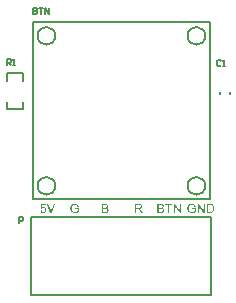
<source format=gto>
G04*
G04 #@! TF.GenerationSoftware,Altium Limited,Altium Designer,19.1.3 (30)*
G04*
G04 Layer_Color=65535*
%FSLAX25Y25*%
%MOIN*%
G70*
G01*
G75*
%ADD10C,0.00500*%
%ADD11C,0.00787*%
%ADD12C,0.00700*%
%ADD13C,0.00709*%
G36*
X26280Y29000D02*
X25861D01*
X24689Y32024D01*
X25126D01*
X25913Y29826D01*
Y29822D01*
X25917Y29813D01*
X25922Y29800D01*
X25931Y29782D01*
X25935Y29756D01*
X25944Y29730D01*
X25965Y29664D01*
X25992Y29590D01*
X26018Y29507D01*
X26070Y29332D01*
Y29337D01*
X26075Y29345D01*
X26079Y29358D01*
X26083Y29376D01*
X26096Y29424D01*
X26118Y29489D01*
X26140Y29564D01*
X26166Y29647D01*
X26197Y29734D01*
X26232Y29826D01*
X27053Y32024D01*
X27460D01*
X26280Y29000D01*
D02*
G37*
G36*
X24362Y31631D02*
X23151D01*
X22989Y30814D01*
X22994Y30818D01*
X23002Y30822D01*
X23016Y30831D01*
X23038Y30844D01*
X23064Y30857D01*
X23094Y30875D01*
X23164Y30910D01*
X23252Y30945D01*
X23348Y30975D01*
X23453Y30997D01*
X23505Y31006D01*
X23601D01*
X23628Y31001D01*
X23662Y30997D01*
X23702Y30993D01*
X23745Y30984D01*
X23794Y30971D01*
X23898Y30940D01*
X23955Y30918D01*
X24012Y30888D01*
X24069Y30857D01*
X24126Y30822D01*
X24178Y30779D01*
X24230Y30731D01*
X24235Y30726D01*
X24244Y30717D01*
X24257Y30704D01*
X24274Y30683D01*
X24296Y30652D01*
X24318Y30621D01*
X24344Y30582D01*
X24370Y30538D01*
X24392Y30490D01*
X24418Y30438D01*
X24440Y30376D01*
X24462Y30315D01*
X24480Y30250D01*
X24493Y30176D01*
X24501Y30101D01*
X24506Y30023D01*
Y30018D01*
Y30005D01*
Y29983D01*
X24501Y29953D01*
X24497Y29918D01*
X24493Y29878D01*
X24484Y29830D01*
X24475Y29782D01*
X24449Y29669D01*
X24405Y29551D01*
X24379Y29489D01*
X24344Y29433D01*
X24309Y29371D01*
X24265Y29315D01*
X24261Y29310D01*
X24252Y29297D01*
X24235Y29280D01*
X24213Y29258D01*
X24182Y29232D01*
X24148Y29197D01*
X24104Y29166D01*
X24056Y29131D01*
X24003Y29096D01*
X23942Y29066D01*
X23877Y29035D01*
X23807Y29004D01*
X23732Y28982D01*
X23649Y28965D01*
X23562Y28952D01*
X23470Y28948D01*
X23431D01*
X23400Y28952D01*
X23365Y28956D01*
X23326Y28961D01*
X23278Y28965D01*
X23230Y28978D01*
X23121Y29004D01*
X23011Y29044D01*
X22954Y29070D01*
X22898Y29100D01*
X22845Y29136D01*
X22793Y29175D01*
X22788Y29179D01*
X22780Y29184D01*
X22771Y29201D01*
X22753Y29219D01*
X22732Y29240D01*
X22710Y29267D01*
X22683Y29302D01*
X22662Y29341D01*
X22636Y29380D01*
X22609Y29428D01*
X22561Y29533D01*
X22522Y29656D01*
X22509Y29721D01*
X22500Y29791D01*
X22889Y29822D01*
Y29817D01*
Y29808D01*
X22893Y29795D01*
X22898Y29774D01*
X22911Y29725D01*
X22928Y29660D01*
X22954Y29594D01*
X22989Y29520D01*
X23033Y29454D01*
X23086Y29393D01*
X23094Y29389D01*
X23112Y29371D01*
X23147Y29350D01*
X23195Y29323D01*
X23247Y29297D01*
X23313Y29275D01*
X23387Y29258D01*
X23470Y29254D01*
X23496D01*
X23514Y29258D01*
X23566Y29262D01*
X23628Y29280D01*
X23702Y29302D01*
X23776Y29337D01*
X23855Y29389D01*
X23890Y29419D01*
X23925Y29454D01*
X23929Y29459D01*
X23933Y29463D01*
X23942Y29476D01*
X23955Y29489D01*
X23986Y29537D01*
X24021Y29599D01*
X24051Y29673D01*
X24082Y29765D01*
X24104Y29874D01*
X24113Y29931D01*
Y29992D01*
Y29996D01*
Y30005D01*
Y30023D01*
X24108Y30044D01*
Y30071D01*
X24104Y30101D01*
X24091Y30171D01*
X24069Y30254D01*
X24038Y30337D01*
X23994Y30416D01*
X23933Y30490D01*
Y30494D01*
X23925Y30499D01*
X23903Y30521D01*
X23863Y30551D01*
X23811Y30586D01*
X23741Y30617D01*
X23662Y30648D01*
X23571Y30669D01*
X23518Y30678D01*
X23435D01*
X23400Y30674D01*
X23357Y30669D01*
X23304Y30656D01*
X23252Y30643D01*
X23195Y30621D01*
X23138Y30595D01*
X23134Y30591D01*
X23116Y30582D01*
X23090Y30560D01*
X23055Y30538D01*
X23020Y30508D01*
X22985Y30468D01*
X22946Y30429D01*
X22915Y30381D01*
X22566Y30429D01*
X22858Y31985D01*
X24362D01*
Y31631D01*
D02*
G37*
G36*
X34095Y32072D02*
X34130D01*
X34213Y32063D01*
X34305Y32050D01*
X34401Y32028D01*
X34506Y32002D01*
X34606Y31967D01*
X34611D01*
X34620Y31963D01*
X34633Y31958D01*
X34650Y31950D01*
X34698Y31923D01*
X34759Y31893D01*
X34825Y31849D01*
X34895Y31797D01*
X34960Y31740D01*
X35021Y31670D01*
X35030Y31661D01*
X35048Y31635D01*
X35074Y31596D01*
X35109Y31539D01*
X35144Y31469D01*
X35183Y31382D01*
X35223Y31286D01*
X35253Y31176D01*
X34890Y31080D01*
Y31084D01*
X34886Y31089D01*
X34882Y31102D01*
X34877Y31119D01*
X34864Y31159D01*
X34847Y31211D01*
X34821Y31272D01*
X34790Y31329D01*
X34759Y31390D01*
X34720Y31443D01*
X34716Y31447D01*
X34703Y31465D01*
X34676Y31486D01*
X34646Y31517D01*
X34606Y31552D01*
X34554Y31587D01*
X34497Y31622D01*
X34431Y31653D01*
X34423Y31657D01*
X34401Y31666D01*
X34362Y31679D01*
X34309Y31696D01*
X34248Y31709D01*
X34178Y31723D01*
X34099Y31731D01*
X34016Y31736D01*
X33968D01*
X33946Y31731D01*
X33920D01*
X33855Y31727D01*
X33780Y31714D01*
X33697Y31701D01*
X33619Y31679D01*
X33540Y31648D01*
X33531Y31644D01*
X33505Y31635D01*
X33470Y31613D01*
X33426Y31591D01*
X33374Y31556D01*
X33317Y31521D01*
X33265Y31478D01*
X33217Y31430D01*
X33212Y31425D01*
X33195Y31408D01*
X33173Y31377D01*
X33147Y31342D01*
X33116Y31299D01*
X33086Y31246D01*
X33055Y31189D01*
X33024Y31128D01*
Y31124D01*
X33020Y31115D01*
X33016Y31102D01*
X33007Y31080D01*
X32998Y31054D01*
X32989Y31023D01*
X32976Y30988D01*
X32968Y30949D01*
X32946Y30857D01*
X32928Y30752D01*
X32915Y30643D01*
X32911Y30521D01*
Y30516D01*
Y30503D01*
Y30481D01*
X32915Y30455D01*
Y30420D01*
X32919Y30376D01*
X32924Y30333D01*
X32928Y30285D01*
X32946Y30176D01*
X32968Y30062D01*
X33003Y29948D01*
X33046Y29839D01*
Y29835D01*
X33055Y29826D01*
X33059Y29813D01*
X33073Y29795D01*
X33103Y29747D01*
X33151Y29686D01*
X33208Y29621D01*
X33278Y29555D01*
X33361Y29494D01*
X33453Y29437D01*
X33457D01*
X33466Y29433D01*
X33479Y29424D01*
X33501Y29415D01*
X33523Y29406D01*
X33553Y29398D01*
X33623Y29371D01*
X33711Y29350D01*
X33807Y29328D01*
X33911Y29310D01*
X34021Y29306D01*
X34064D01*
X34091Y29310D01*
X34117D01*
X34183Y29319D01*
X34261Y29328D01*
X34344Y29345D01*
X34436Y29371D01*
X34528Y29402D01*
X34532D01*
X34541Y29406D01*
X34549Y29411D01*
X34567Y29419D01*
X34615Y29441D01*
X34668Y29468D01*
X34729Y29498D01*
X34794Y29533D01*
X34855Y29572D01*
X34908Y29616D01*
Y30184D01*
X34016D01*
Y30543D01*
X35301D01*
Y29419D01*
X35297Y29415D01*
X35288Y29411D01*
X35271Y29398D01*
X35249Y29380D01*
X35223Y29363D01*
X35192Y29341D01*
X35153Y29315D01*
X35113Y29288D01*
X35021Y29232D01*
X34917Y29170D01*
X34807Y29114D01*
X34689Y29066D01*
X34685D01*
X34676Y29061D01*
X34659Y29057D01*
X34637Y29048D01*
X34606Y29039D01*
X34571Y29026D01*
X34532Y29017D01*
X34493Y29009D01*
X34397Y28987D01*
X34287Y28965D01*
X34169Y28952D01*
X34047Y28948D01*
X34003D01*
X33973Y28952D01*
X33933D01*
X33885Y28956D01*
X33833Y28965D01*
X33776Y28969D01*
X33649Y28996D01*
X33514Y29026D01*
X33374Y29074D01*
X33304Y29100D01*
X33234Y29136D01*
X33230Y29140D01*
X33217Y29144D01*
X33199Y29157D01*
X33173Y29170D01*
X33142Y29192D01*
X33112Y29214D01*
X33029Y29275D01*
X32941Y29354D01*
X32850Y29450D01*
X32762Y29559D01*
X32684Y29686D01*
Y29691D01*
X32675Y29704D01*
X32666Y29721D01*
X32653Y29752D01*
X32640Y29782D01*
X32627Y29826D01*
X32609Y29870D01*
X32592Y29922D01*
X32574Y29979D01*
X32557Y30044D01*
X32544Y30110D01*
X32531Y30180D01*
X32509Y30333D01*
X32500Y30494D01*
Y30499D01*
Y30516D01*
Y30538D01*
X32504Y30569D01*
Y30608D01*
X32509Y30656D01*
X32517Y30704D01*
X32522Y30761D01*
X32535Y30822D01*
X32544Y30888D01*
X32579Y31028D01*
X32622Y31172D01*
X32684Y31316D01*
X32688Y31321D01*
X32692Y31334D01*
X32701Y31351D01*
X32719Y31377D01*
X32736Y31412D01*
X32758Y31447D01*
X32819Y31530D01*
X32893Y31626D01*
X32985Y31718D01*
X33090Y31810D01*
X33151Y31849D01*
X33212Y31889D01*
X33217Y31893D01*
X33230Y31897D01*
X33247Y31906D01*
X33274Y31919D01*
X33308Y31932D01*
X33348Y31950D01*
X33391Y31967D01*
X33444Y31985D01*
X33501Y32002D01*
X33562Y32015D01*
X33628Y32033D01*
X33697Y32046D01*
X33850Y32068D01*
X33929Y32076D01*
X34069D01*
X34095Y32072D01*
D02*
G37*
G36*
X44219Y32020D02*
X44254D01*
X44333Y32011D01*
X44420Y32002D01*
X44512Y31985D01*
X44604Y31963D01*
X44687Y31932D01*
X44691D01*
X44696Y31928D01*
X44722Y31915D01*
X44761Y31893D01*
X44805Y31862D01*
X44857Y31823D01*
X44914Y31775D01*
X44967Y31714D01*
X45015Y31648D01*
X45019Y31640D01*
X45032Y31613D01*
X45054Y31578D01*
X45076Y31526D01*
X45098Y31465D01*
X45120Y31399D01*
X45133Y31325D01*
X45137Y31251D01*
Y31242D01*
Y31220D01*
X45133Y31181D01*
X45124Y31133D01*
X45111Y31076D01*
X45089Y31015D01*
X45063Y30953D01*
X45028Y30888D01*
X45023Y30879D01*
X45010Y30862D01*
X44984Y30827D01*
X44949Y30792D01*
X44905Y30748D01*
X44853Y30700D01*
X44787Y30656D01*
X44713Y30612D01*
X44717D01*
X44726Y30608D01*
X44739Y30604D01*
X44757Y30595D01*
X44809Y30578D01*
X44870Y30547D01*
X44936Y30508D01*
X45010Y30460D01*
X45076Y30403D01*
X45137Y30333D01*
X45141Y30324D01*
X45159Y30298D01*
X45185Y30259D01*
X45211Y30206D01*
X45237Y30136D01*
X45264Y30062D01*
X45281Y29974D01*
X45285Y29878D01*
Y29874D01*
Y29870D01*
Y29843D01*
X45281Y29800D01*
X45272Y29747D01*
X45264Y29686D01*
X45246Y29621D01*
X45224Y29551D01*
X45194Y29481D01*
X45189Y29472D01*
X45176Y29450D01*
X45159Y29419D01*
X45133Y29376D01*
X45098Y29332D01*
X45063Y29284D01*
X45019Y29236D01*
X44971Y29197D01*
X44967Y29192D01*
X44949Y29179D01*
X44918Y29162D01*
X44879Y29144D01*
X44831Y29118D01*
X44774Y29092D01*
X44713Y29070D01*
X44639Y29048D01*
X44630D01*
X44604Y29039D01*
X44560Y29035D01*
X44503Y29026D01*
X44433Y29017D01*
X44350Y29009D01*
X44259Y29004D01*
X44154Y29000D01*
X43000D01*
Y32024D01*
X44189D01*
X44219Y32020D01*
D02*
G37*
G36*
X55438D02*
X55477D01*
X55569Y32015D01*
X55665Y32002D01*
X55770Y31989D01*
X55866Y31967D01*
X55914Y31954D01*
X55953Y31941D01*
X55958D01*
X55962Y31937D01*
X55988Y31923D01*
X56028Y31906D01*
X56076Y31876D01*
X56128Y31836D01*
X56185Y31784D01*
X56237Y31723D01*
X56290Y31653D01*
Y31648D01*
X56294Y31644D01*
X56312Y31618D01*
X56329Y31574D01*
X56355Y31517D01*
X56377Y31452D01*
X56399Y31373D01*
X56412Y31290D01*
X56417Y31198D01*
Y31194D01*
Y31185D01*
Y31168D01*
X56412Y31146D01*
Y31115D01*
X56408Y31084D01*
X56390Y31010D01*
X56364Y30923D01*
X56329Y30831D01*
X56277Y30739D01*
X56242Y30696D01*
X56207Y30652D01*
X56203Y30648D01*
X56198Y30643D01*
X56185Y30630D01*
X56168Y30617D01*
X56146Y30599D01*
X56119Y30582D01*
X56085Y30560D01*
X56050Y30534D01*
X56006Y30512D01*
X55958Y30490D01*
X55905Y30464D01*
X55848Y30442D01*
X55783Y30425D01*
X55717Y30403D01*
X55643Y30390D01*
X55564Y30376D01*
X55573Y30372D01*
X55591Y30363D01*
X55617Y30346D01*
X55652Y30329D01*
X55730Y30280D01*
X55770Y30250D01*
X55805Y30224D01*
X55813Y30215D01*
X55835Y30193D01*
X55870Y30158D01*
X55914Y30114D01*
X55962Y30053D01*
X56019Y29988D01*
X56076Y29909D01*
X56137Y29822D01*
X56657Y29000D01*
X56159D01*
X55761Y29629D01*
Y29634D01*
X55752Y29642D01*
X55744Y29656D01*
X55730Y29673D01*
X55700Y29721D01*
X55661Y29782D01*
X55612Y29848D01*
X55564Y29918D01*
X55516Y29983D01*
X55473Y30044D01*
X55468Y30049D01*
X55455Y30066D01*
X55433Y30092D01*
X55403Y30123D01*
X55337Y30189D01*
X55302Y30219D01*
X55267Y30245D01*
X55263Y30250D01*
X55254Y30254D01*
X55237Y30263D01*
X55211Y30276D01*
X55184Y30289D01*
X55154Y30302D01*
X55084Y30324D01*
X55079D01*
X55071Y30329D01*
X55053D01*
X55031Y30333D01*
X55001Y30337D01*
X54966D01*
X54918Y30342D01*
X54402D01*
Y29000D01*
X54000D01*
Y32024D01*
X55403D01*
X55438Y32020D01*
D02*
G37*
G36*
X69296Y29000D02*
X68881D01*
X67299Y31373D01*
Y29000D01*
X66914D01*
Y32024D01*
X67325D01*
X68911Y29647D01*
Y32024D01*
X69296D01*
Y29000D01*
D02*
G37*
G36*
X66504Y31666D02*
X65507D01*
Y29000D01*
X65105D01*
Y31666D01*
X64109D01*
Y32024D01*
X66504D01*
Y31666D01*
D02*
G37*
G36*
X62719Y32020D02*
X62754D01*
X62833Y32011D01*
X62920Y32002D01*
X63012Y31985D01*
X63104Y31963D01*
X63187Y31932D01*
X63191D01*
X63196Y31928D01*
X63222Y31915D01*
X63261Y31893D01*
X63305Y31862D01*
X63357Y31823D01*
X63414Y31775D01*
X63467Y31714D01*
X63515Y31648D01*
X63519Y31640D01*
X63532Y31613D01*
X63554Y31578D01*
X63576Y31526D01*
X63598Y31465D01*
X63619Y31399D01*
X63633Y31325D01*
X63637Y31251D01*
Y31242D01*
Y31220D01*
X63633Y31181D01*
X63624Y31133D01*
X63611Y31076D01*
X63589Y31015D01*
X63563Y30953D01*
X63528Y30888D01*
X63523Y30879D01*
X63510Y30862D01*
X63484Y30827D01*
X63449Y30792D01*
X63405Y30748D01*
X63353Y30700D01*
X63287Y30656D01*
X63213Y30612D01*
X63217D01*
X63226Y30608D01*
X63239Y30604D01*
X63257Y30595D01*
X63309Y30578D01*
X63370Y30547D01*
X63436Y30508D01*
X63510Y30460D01*
X63576Y30403D01*
X63637Y30333D01*
X63641Y30324D01*
X63659Y30298D01*
X63685Y30259D01*
X63711Y30206D01*
X63737Y30136D01*
X63764Y30062D01*
X63781Y29974D01*
X63785Y29878D01*
Y29874D01*
Y29870D01*
Y29843D01*
X63781Y29800D01*
X63772Y29747D01*
X63764Y29686D01*
X63746Y29621D01*
X63724Y29551D01*
X63694Y29481D01*
X63689Y29472D01*
X63676Y29450D01*
X63659Y29419D01*
X63633Y29376D01*
X63598Y29332D01*
X63563Y29284D01*
X63519Y29236D01*
X63471Y29197D01*
X63467Y29192D01*
X63449Y29179D01*
X63418Y29162D01*
X63379Y29144D01*
X63331Y29118D01*
X63274Y29092D01*
X63213Y29070D01*
X63139Y29048D01*
X63130D01*
X63104Y29039D01*
X63060Y29035D01*
X63003Y29026D01*
X62933Y29017D01*
X62850Y29009D01*
X62759Y29004D01*
X62654Y29000D01*
X61500D01*
Y32024D01*
X62689D01*
X62719Y32020D01*
D02*
G37*
G36*
X73095Y32072D02*
X73130D01*
X73213Y32063D01*
X73305Y32050D01*
X73401Y32028D01*
X73506Y32002D01*
X73606Y31967D01*
X73611D01*
X73619Y31963D01*
X73633Y31958D01*
X73650Y31950D01*
X73698Y31923D01*
X73759Y31893D01*
X73825Y31849D01*
X73895Y31797D01*
X73960Y31740D01*
X74022Y31670D01*
X74030Y31661D01*
X74048Y31635D01*
X74074Y31596D01*
X74109Y31539D01*
X74144Y31469D01*
X74183Y31382D01*
X74222Y31286D01*
X74253Y31176D01*
X73890Y31080D01*
Y31084D01*
X73886Y31089D01*
X73882Y31102D01*
X73877Y31119D01*
X73864Y31159D01*
X73847Y31211D01*
X73821Y31272D01*
X73790Y31329D01*
X73759Y31390D01*
X73720Y31443D01*
X73716Y31447D01*
X73703Y31465D01*
X73676Y31486D01*
X73646Y31517D01*
X73606Y31552D01*
X73554Y31587D01*
X73497Y31622D01*
X73431Y31653D01*
X73423Y31657D01*
X73401Y31666D01*
X73362Y31679D01*
X73309Y31696D01*
X73248Y31709D01*
X73178Y31723D01*
X73099Y31731D01*
X73016Y31736D01*
X72968D01*
X72947Y31731D01*
X72920D01*
X72855Y31727D01*
X72780Y31714D01*
X72697Y31701D01*
X72619Y31679D01*
X72540Y31648D01*
X72531Y31644D01*
X72505Y31635D01*
X72470Y31613D01*
X72426Y31591D01*
X72374Y31556D01*
X72317Y31521D01*
X72265Y31478D01*
X72217Y31430D01*
X72212Y31425D01*
X72195Y31408D01*
X72173Y31377D01*
X72147Y31342D01*
X72116Y31299D01*
X72086Y31246D01*
X72055Y31189D01*
X72024Y31128D01*
Y31124D01*
X72020Y31115D01*
X72016Y31102D01*
X72007Y31080D01*
X71998Y31054D01*
X71989Y31023D01*
X71976Y30988D01*
X71968Y30949D01*
X71946Y30857D01*
X71928Y30752D01*
X71915Y30643D01*
X71911Y30521D01*
Y30516D01*
Y30503D01*
Y30481D01*
X71915Y30455D01*
Y30420D01*
X71920Y30376D01*
X71924Y30333D01*
X71928Y30285D01*
X71946Y30176D01*
X71968Y30062D01*
X72003Y29948D01*
X72046Y29839D01*
Y29835D01*
X72055Y29826D01*
X72059Y29813D01*
X72072Y29795D01*
X72103Y29747D01*
X72151Y29686D01*
X72208Y29621D01*
X72278Y29555D01*
X72361Y29494D01*
X72453Y29437D01*
X72457D01*
X72466Y29433D01*
X72479Y29424D01*
X72501Y29415D01*
X72523Y29406D01*
X72553Y29398D01*
X72623Y29371D01*
X72711Y29350D01*
X72807Y29328D01*
X72912Y29310D01*
X73021Y29306D01*
X73065D01*
X73091Y29310D01*
X73117D01*
X73182Y29319D01*
X73261Y29328D01*
X73344Y29345D01*
X73436Y29371D01*
X73528Y29402D01*
X73532D01*
X73541Y29406D01*
X73549Y29411D01*
X73567Y29419D01*
X73615Y29441D01*
X73668Y29468D01*
X73729Y29498D01*
X73794Y29533D01*
X73855Y29572D01*
X73908Y29616D01*
Y30184D01*
X73016D01*
Y30543D01*
X74301D01*
Y29419D01*
X74297Y29415D01*
X74288Y29411D01*
X74271Y29398D01*
X74249Y29380D01*
X74222Y29363D01*
X74192Y29341D01*
X74153Y29315D01*
X74113Y29288D01*
X74022Y29232D01*
X73917Y29170D01*
X73807Y29114D01*
X73689Y29066D01*
X73685D01*
X73676Y29061D01*
X73659Y29057D01*
X73637Y29048D01*
X73606Y29039D01*
X73571Y29026D01*
X73532Y29017D01*
X73493Y29009D01*
X73397Y28987D01*
X73287Y28965D01*
X73169Y28952D01*
X73047Y28948D01*
X73003D01*
X72973Y28952D01*
X72933D01*
X72885Y28956D01*
X72833Y28965D01*
X72776Y28969D01*
X72649Y28996D01*
X72514Y29026D01*
X72374Y29074D01*
X72304Y29100D01*
X72234Y29136D01*
X72230Y29140D01*
X72217Y29144D01*
X72199Y29157D01*
X72173Y29170D01*
X72142Y29192D01*
X72112Y29214D01*
X72029Y29275D01*
X71941Y29354D01*
X71850Y29450D01*
X71762Y29559D01*
X71684Y29686D01*
Y29691D01*
X71675Y29704D01*
X71666Y29721D01*
X71653Y29752D01*
X71640Y29782D01*
X71627Y29826D01*
X71609Y29870D01*
X71592Y29922D01*
X71574Y29979D01*
X71557Y30044D01*
X71544Y30110D01*
X71531Y30180D01*
X71509Y30333D01*
X71500Y30494D01*
Y30499D01*
Y30516D01*
Y30538D01*
X71504Y30569D01*
Y30608D01*
X71509Y30656D01*
X71517Y30704D01*
X71522Y30761D01*
X71535Y30822D01*
X71544Y30888D01*
X71579Y31028D01*
X71622Y31172D01*
X71684Y31316D01*
X71688Y31321D01*
X71692Y31334D01*
X71701Y31351D01*
X71719Y31377D01*
X71736Y31412D01*
X71758Y31447D01*
X71819Y31530D01*
X71893Y31626D01*
X71985Y31718D01*
X72090Y31810D01*
X72151Y31849D01*
X72212Y31889D01*
X72217Y31893D01*
X72230Y31897D01*
X72247Y31906D01*
X72273Y31919D01*
X72308Y31932D01*
X72348Y31950D01*
X72391Y31967D01*
X72444Y31985D01*
X72501Y32002D01*
X72562Y32015D01*
X72628Y32033D01*
X72697Y32046D01*
X72850Y32068D01*
X72929Y32076D01*
X73069D01*
X73095Y32072D01*
D02*
G37*
G36*
X77268Y29000D02*
X76853D01*
X75271Y31373D01*
Y29000D01*
X74887D01*
Y32024D01*
X75297D01*
X76884Y29647D01*
Y32024D01*
X77268D01*
Y29000D01*
D02*
G37*
G36*
X79182Y32020D02*
X79270Y32015D01*
X79357Y32007D01*
X79445Y31993D01*
X79519Y31980D01*
X79523D01*
X79532Y31976D01*
X79545D01*
X79563Y31967D01*
X79611Y31954D01*
X79672Y31932D01*
X79742Y31902D01*
X79816Y31862D01*
X79890Y31819D01*
X79960Y31762D01*
X79965Y31758D01*
X79969Y31753D01*
X79982Y31740D01*
X80000Y31727D01*
X80043Y31683D01*
X80096Y31622D01*
X80153Y31548D01*
X80214Y31460D01*
X80271Y31360D01*
X80319Y31246D01*
Y31242D01*
X80323Y31233D01*
X80332Y31216D01*
X80336Y31189D01*
X80349Y31159D01*
X80358Y31124D01*
X80367Y31084D01*
X80380Y31036D01*
X80393Y30988D01*
X80402Y30931D01*
X80423Y30809D01*
X80437Y30674D01*
X80441Y30525D01*
Y30521D01*
Y30512D01*
Y30490D01*
Y30468D01*
X80437Y30438D01*
Y30403D01*
X80432Y30320D01*
X80419Y30224D01*
X80406Y30123D01*
X80384Y30018D01*
X80358Y29913D01*
Y29909D01*
X80354Y29900D01*
X80349Y29887D01*
X80345Y29870D01*
X80327Y29822D01*
X80301Y29760D01*
X80275Y29691D01*
X80240Y29621D01*
X80196Y29546D01*
X80153Y29476D01*
X80148Y29468D01*
X80131Y29446D01*
X80105Y29415D01*
X80070Y29376D01*
X80030Y29332D01*
X79982Y29288D01*
X79934Y29240D01*
X79877Y29201D01*
X79869Y29197D01*
X79851Y29184D01*
X79821Y29166D01*
X79777Y29144D01*
X79724Y29118D01*
X79663Y29096D01*
X79593Y29070D01*
X79515Y29048D01*
X79506D01*
X79493Y29044D01*
X79480Y29039D01*
X79436Y29035D01*
X79375Y29026D01*
X79305Y29017D01*
X79222Y29009D01*
X79130Y29004D01*
X79030Y29000D01*
X77941D01*
Y32024D01*
X79104D01*
X79182Y32020D01*
D02*
G37*
%LPC*%
G36*
X44119Y31666D02*
X43402D01*
Y30757D01*
X44145D01*
X44202Y30761D01*
X44263Y30766D01*
X44324Y30770D01*
X44385Y30779D01*
X44433Y30787D01*
X44442Y30792D01*
X44460Y30796D01*
X44486Y30809D01*
X44521Y30827D01*
X44556Y30844D01*
X44595Y30870D01*
X44634Y30905D01*
X44665Y30940D01*
X44669Y30945D01*
X44678Y30958D01*
X44691Y30984D01*
X44704Y31015D01*
X44717Y31049D01*
X44730Y31093D01*
X44739Y31146D01*
X44744Y31203D01*
Y31211D01*
Y31229D01*
X44739Y31255D01*
X44735Y31290D01*
X44726Y31334D01*
X44713Y31377D01*
X44696Y31421D01*
X44669Y31465D01*
X44665Y31469D01*
X44656Y31482D01*
X44639Y31504D01*
X44617Y31526D01*
X44586Y31552D01*
X44551Y31578D01*
X44508Y31604D01*
X44460Y31622D01*
X44455D01*
X44433Y31631D01*
X44403Y31635D01*
X44355Y31644D01*
X44289Y31653D01*
X44215Y31657D01*
X44119Y31666D01*
D02*
G37*
G36*
X44197Y30398D02*
X43402D01*
Y29358D01*
X44263D01*
X44355Y29363D01*
X44394Y29367D01*
X44429Y29371D01*
X44433D01*
X44451Y29376D01*
X44477Y29380D01*
X44508Y29389D01*
X44582Y29415D01*
X44656Y29450D01*
X44661Y29454D01*
X44674Y29463D01*
X44691Y29476D01*
X44713Y29494D01*
X44735Y29520D01*
X44765Y29546D01*
X44787Y29581D01*
X44813Y29621D01*
X44818Y29625D01*
X44822Y29638D01*
X44831Y29664D01*
X44844Y29695D01*
X44857Y29730D01*
X44866Y29774D01*
X44870Y29826D01*
X44875Y29878D01*
Y29887D01*
Y29905D01*
X44870Y29940D01*
X44862Y29979D01*
X44853Y30023D01*
X44835Y30071D01*
X44813Y30119D01*
X44783Y30167D01*
X44779Y30171D01*
X44765Y30189D01*
X44748Y30211D01*
X44722Y30237D01*
X44687Y30267D01*
X44643Y30298D01*
X44595Y30324D01*
X44538Y30346D01*
X44530Y30350D01*
X44512Y30355D01*
X44473Y30363D01*
X44425Y30372D01*
X44363Y30381D01*
X44289Y30390D01*
X44197Y30398D01*
D02*
G37*
G36*
X55355Y31688D02*
X54402D01*
Y30687D01*
X55302D01*
X55355Y30691D01*
X55416Y30696D01*
X55486Y30700D01*
X55556Y30709D01*
X55626Y30722D01*
X55687Y30739D01*
X55696Y30744D01*
X55713Y30752D01*
X55739Y30766D01*
X55774Y30783D01*
X55813Y30809D01*
X55853Y30840D01*
X55892Y30879D01*
X55923Y30923D01*
X55927Y30927D01*
X55936Y30945D01*
X55949Y30971D01*
X55967Y31006D01*
X55980Y31045D01*
X55993Y31089D01*
X56002Y31141D01*
X56006Y31194D01*
Y31198D01*
Y31203D01*
X56002Y31229D01*
X55997Y31268D01*
X55988Y31321D01*
X55967Y31373D01*
X55940Y31434D01*
X55901Y31491D01*
X55848Y31548D01*
X55840Y31552D01*
X55818Y31570D01*
X55783Y31591D01*
X55726Y31618D01*
X55661Y31644D01*
X55573Y31666D01*
X55473Y31683D01*
X55355Y31688D01*
D02*
G37*
G36*
X62619Y31666D02*
X61902D01*
Y30757D01*
X62645D01*
X62702Y30761D01*
X62763Y30766D01*
X62824Y30770D01*
X62885Y30779D01*
X62933Y30787D01*
X62942Y30792D01*
X62960Y30796D01*
X62986Y30809D01*
X63021Y30827D01*
X63056Y30844D01*
X63095Y30870D01*
X63134Y30905D01*
X63165Y30940D01*
X63169Y30945D01*
X63178Y30958D01*
X63191Y30984D01*
X63204Y31015D01*
X63217Y31049D01*
X63231Y31093D01*
X63239Y31146D01*
X63244Y31203D01*
Y31211D01*
Y31229D01*
X63239Y31255D01*
X63235Y31290D01*
X63226Y31334D01*
X63213Y31377D01*
X63196Y31421D01*
X63169Y31465D01*
X63165Y31469D01*
X63156Y31482D01*
X63139Y31504D01*
X63117Y31526D01*
X63086Y31552D01*
X63051Y31578D01*
X63008Y31604D01*
X62960Y31622D01*
X62955D01*
X62933Y31631D01*
X62903Y31635D01*
X62855Y31644D01*
X62789Y31653D01*
X62715Y31657D01*
X62619Y31666D01*
D02*
G37*
G36*
X62697Y30398D02*
X61902D01*
Y29358D01*
X62763D01*
X62855Y29363D01*
X62894Y29367D01*
X62929Y29371D01*
X62933D01*
X62951Y29376D01*
X62977Y29380D01*
X63008Y29389D01*
X63082Y29415D01*
X63156Y29450D01*
X63161Y29454D01*
X63174Y29463D01*
X63191Y29476D01*
X63213Y29494D01*
X63235Y29520D01*
X63266Y29546D01*
X63287Y29581D01*
X63314Y29621D01*
X63318Y29625D01*
X63322Y29638D01*
X63331Y29664D01*
X63344Y29695D01*
X63357Y29730D01*
X63366Y29774D01*
X63370Y29826D01*
X63375Y29878D01*
Y29887D01*
Y29905D01*
X63370Y29940D01*
X63362Y29979D01*
X63353Y30023D01*
X63335Y30071D01*
X63314Y30119D01*
X63283Y30167D01*
X63279Y30171D01*
X63266Y30189D01*
X63248Y30211D01*
X63222Y30237D01*
X63187Y30267D01*
X63143Y30298D01*
X63095Y30324D01*
X63038Y30346D01*
X63029Y30350D01*
X63012Y30355D01*
X62973Y30363D01*
X62925Y30372D01*
X62863Y30381D01*
X62789Y30390D01*
X62697Y30398D01*
D02*
G37*
G36*
X79043Y31666D02*
X78343D01*
Y29358D01*
X79060D01*
X79091Y29363D01*
X79156Y29367D01*
X79230Y29371D01*
X79309Y29380D01*
X79388Y29393D01*
X79453Y29411D01*
X79462Y29415D01*
X79484Y29419D01*
X79515Y29433D01*
X79554Y29450D01*
X79598Y29476D01*
X79641Y29503D01*
X79685Y29533D01*
X79729Y29568D01*
X79733Y29577D01*
X79751Y29594D01*
X79777Y29625D01*
X79807Y29669D01*
X79842Y29725D01*
X79882Y29791D01*
X79917Y29865D01*
X79947Y29948D01*
Y29953D01*
X79952Y29961D01*
X79956Y29974D01*
X79960Y29992D01*
X79965Y30014D01*
X79973Y30044D01*
X79982Y30075D01*
X79991Y30110D01*
X80004Y30197D01*
X80017Y30298D01*
X80026Y30411D01*
X80030Y30534D01*
Y30538D01*
Y30556D01*
Y30578D01*
X80026Y30612D01*
Y30652D01*
X80022Y30696D01*
X80017Y30748D01*
X80013Y30800D01*
X79991Y30918D01*
X79965Y31041D01*
X79925Y31154D01*
X79899Y31211D01*
X79873Y31259D01*
Y31264D01*
X79864Y31272D01*
X79855Y31286D01*
X79847Y31303D01*
X79812Y31347D01*
X79768Y31399D01*
X79711Y31456D01*
X79646Y31513D01*
X79571Y31561D01*
X79493Y31600D01*
X79484Y31604D01*
X79462Y31609D01*
X79423Y31622D01*
X79366Y31635D01*
X79296Y31644D01*
X79209Y31657D01*
X79156Y31661D01*
X79099D01*
X79043Y31666D01*
D02*
G37*
%LPD*%
D10*
X27453Y38000D02*
G03*
X27453Y38000I-2953J0D01*
G01*
X77453D02*
G03*
X77453Y38000I-2953J0D01*
G01*
X27453Y88000D02*
G03*
X27453Y88000I-2953J0D01*
G01*
X77453D02*
G03*
X77453Y88000I-2953J0D01*
G01*
X19972Y33472D02*
Y92528D01*
X79028Y33472D02*
Y92528D01*
X19972Y33472D02*
X79028D01*
X19972Y92528D02*
X79028D01*
X11400Y78300D02*
Y80299D01*
X12400D01*
X12733Y79966D01*
Y79300D01*
X12400Y78966D01*
X11400D01*
X12066D02*
X12733Y78300D01*
X13399D02*
X14066D01*
X13733D01*
Y80299D01*
X13399Y79966D01*
X15300Y25500D02*
Y27499D01*
X16300D01*
X16633Y27166D01*
Y26500D01*
X16300Y26166D01*
X15300D01*
X82733Y79566D02*
X82400Y79899D01*
X81733D01*
X81400Y79566D01*
Y78233D01*
X81733Y77900D01*
X82400D01*
X82733Y78233D01*
X83399Y77900D02*
X84066D01*
X83733D01*
Y79899D01*
X83399Y79566D01*
X20200Y97299D02*
Y95300D01*
X21200D01*
X21533Y95633D01*
Y95966D01*
X21200Y96300D01*
X20200D01*
X21200D01*
X21533Y96633D01*
Y96966D01*
X21200Y97299D01*
X20200D01*
X22199D02*
X23532D01*
X22866D01*
Y95300D01*
X24199D02*
Y97299D01*
X25532Y95300D01*
Y97299D01*
D11*
X19500Y1772D02*
X79500D01*
X19500Y27559D02*
X79500D01*
X19500Y1772D02*
Y27559D01*
X79500Y1772D02*
Y27559D01*
D12*
X11273Y72900D02*
Y75498D01*
X16720D01*
Y72900D02*
Y75498D01*
Y63502D02*
Y66100D01*
X11273Y63502D02*
X16720D01*
X11273D02*
Y66100D01*
D13*
X85614Y68685D02*
Y69315D01*
X82386Y68685D02*
Y69315D01*
M02*

</source>
